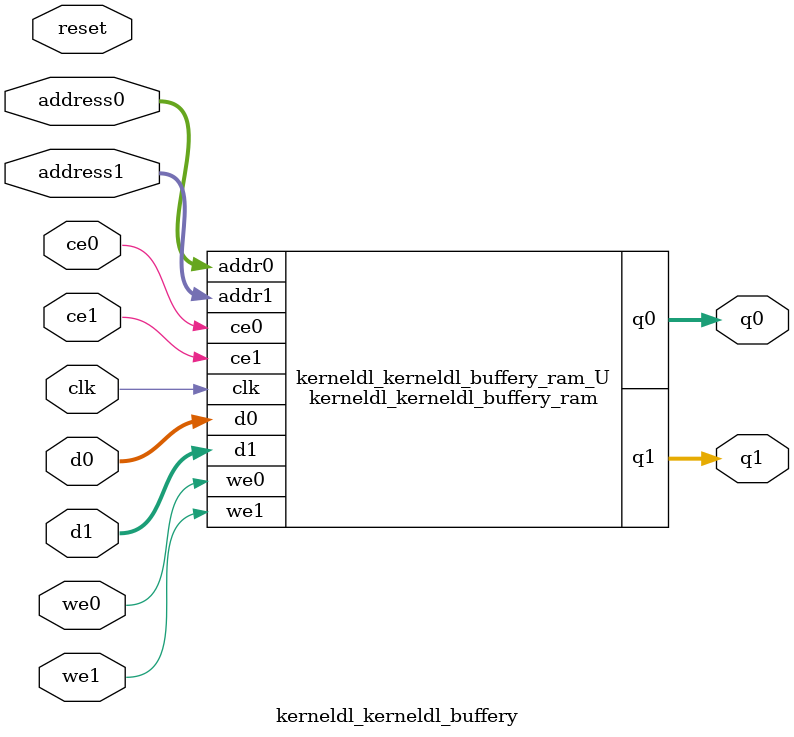
<source format=v>
`timescale 1 ns / 1 ps
module kerneldl_kerneldl_buffery_ram (addr0, ce0, d0, we0, q0, addr1, ce1, d1, we1, q1,  clk);

parameter DWIDTH = 32;
parameter AWIDTH = 19;
parameter MEM_SIZE = 312000;

input[AWIDTH-1:0] addr0;
input ce0;
input[DWIDTH-1:0] d0;
input we0;
output reg[DWIDTH-1:0] q0;
input[AWIDTH-1:0] addr1;
input ce1;
input[DWIDTH-1:0] d1;
input we1;
output reg[DWIDTH-1:0] q1;
input clk;

(* ram_style = "block" *)reg [DWIDTH-1:0] ram[0:MEM_SIZE-1];




always @(posedge clk)  
begin 
    if (ce0) 
    begin
        if (we0) 
        begin 
            ram[addr0] <= d0; 
        end 
        q0 <= ram[addr0];
    end
end


always @(posedge clk)  
begin 
    if (ce1) 
    begin
        if (we1) 
        begin 
            ram[addr1] <= d1; 
        end 
        q1 <= ram[addr1];
    end
end


endmodule

`timescale 1 ns / 1 ps
module kerneldl_kerneldl_buffery(
    reset,
    clk,
    address0,
    ce0,
    we0,
    d0,
    q0,
    address1,
    ce1,
    we1,
    d1,
    q1);

parameter DataWidth = 32'd32;
parameter AddressRange = 32'd312000;
parameter AddressWidth = 32'd19;
input reset;
input clk;
input[AddressWidth - 1:0] address0;
input ce0;
input we0;
input[DataWidth - 1:0] d0;
output[DataWidth - 1:0] q0;
input[AddressWidth - 1:0] address1;
input ce1;
input we1;
input[DataWidth - 1:0] d1;
output[DataWidth - 1:0] q1;



kerneldl_kerneldl_buffery_ram kerneldl_kerneldl_buffery_ram_U(
    .clk( clk ),
    .addr0( address0 ),
    .ce0( ce0 ),
    .we0( we0 ),
    .d0( d0 ),
    .q0( q0 ),
    .addr1( address1 ),
    .ce1( ce1 ),
    .we1( we1 ),
    .d1( d1 ),
    .q1( q1 ));

endmodule


</source>
